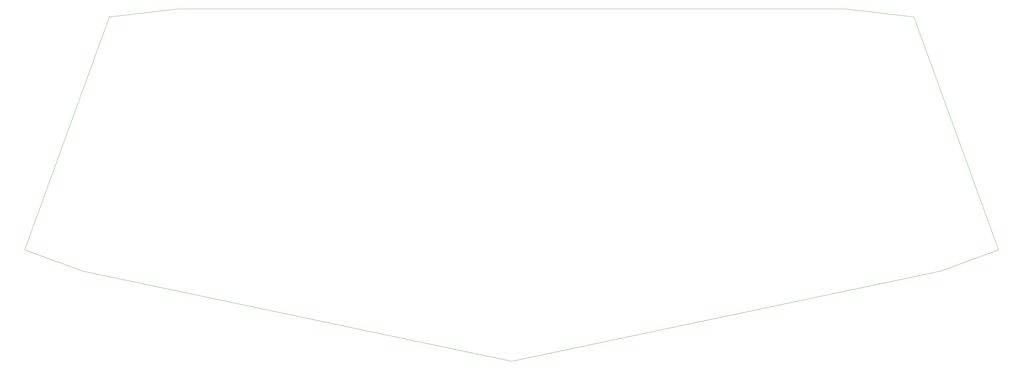
<source format=gbr>
G04 #@! TF.GenerationSoftware,KiCad,Pcbnew,(5.1.2)-1*
G04 #@! TF.CreationDate,2020-06-30T18:44:26+09:00*
G04 #@! TF.ProjectId,avion,6176696f-6e2e-46b6-9963-61645f706362,rev?*
G04 #@! TF.SameCoordinates,Original*
G04 #@! TF.FileFunction,Profile,NP*
%FSLAX46Y46*%
G04 Gerber Fmt 4.6, Leading zero omitted, Abs format (unit mm)*
G04 Created by KiCad (PCBNEW (5.1.2)-1) date 2020-06-30 18:44:26*
%MOMM*%
%LPD*%
G04 APERTURE LIST*
%ADD10C,0.050000*%
G04 APERTURE END LIST*
D10*
X253998087Y-52511269D02*
X49492757Y-52506957D01*
X20173082Y-133062105D02*
X151741779Y-160704287D01*
X2271940Y-126546620D02*
X20173082Y-133062105D01*
X28333877Y-54942045D02*
X2271940Y-126546620D01*
X49492757Y-52506957D02*
X28333877Y-54942045D01*
X275156975Y-54946361D02*
X253998087Y-52511269D01*
X301218912Y-126550941D02*
X275156975Y-54946361D01*
X283317763Y-133066430D02*
X301218912Y-126550941D01*
X151741779Y-160704287D02*
X283317763Y-133066430D01*
M02*

</source>
